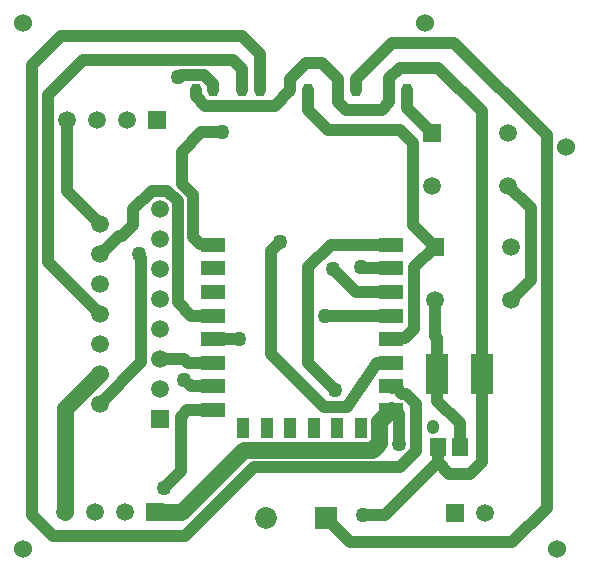
<source format=gtl>
G04*
G04 #@! TF.GenerationSoftware,Altium Limited,Altium Designer,21.6.4 (81)*
G04*
G04 Layer_Physical_Order=1*
G04 Layer_Color=255*
%FSAX44Y44*%
%MOMM*%
G71*
G04*
G04 #@! TF.SameCoordinates,DC76A47B-B506-48B7-9AA2-343420C74FD4*
G04*
G04*
G04 #@! TF.FilePolarity,Positive*
G04*
G01*
G75*
%ADD15R,2.0000X1.2000*%
%ADD16R,1.1000X1.7000*%
%ADD17R,0.7500X1.0000*%
%ADD18R,1.8526X3.5042*%
%ADD19R,1.4000X1.5000*%
%ADD31C,1.0000*%
%ADD32C,1.4000*%
%ADD33C,1.5240*%
%ADD34R,1.5000X1.5000*%
%ADD35C,1.5000*%
%ADD36C,1.5200*%
%ADD37R,1.5200X1.5200*%
%ADD38R,1.8500X1.8500*%
%ADD39C,1.8500*%
%ADD40C,1.2700*%
D15*
X00179000Y00838350D02*
D03*
Y00818350D02*
D03*
Y00798350D02*
D03*
Y00778350D02*
D03*
Y00758350D02*
D03*
Y00738350D02*
D03*
Y00718350D02*
D03*
Y00698350D02*
D03*
X00329000D02*
D03*
Y00718350D02*
D03*
Y00738350D02*
D03*
Y00758350D02*
D03*
Y00778350D02*
D03*
Y00798350D02*
D03*
Y00818350D02*
D03*
Y00838350D02*
D03*
D16*
X00204000Y00683350D02*
D03*
X00224000D02*
D03*
X00244000D02*
D03*
X00264000D02*
D03*
X00284000D02*
D03*
X00304000D02*
D03*
D17*
X00178950Y00969010D02*
D03*
X00163950D02*
D03*
X00342780D02*
D03*
X00327780D02*
D03*
X00299600D02*
D03*
X00284600D02*
D03*
X00258960D02*
D03*
X00243960D02*
D03*
X00218440D02*
D03*
X00203440D02*
D03*
D18*
X00368598Y00728980D02*
D03*
X00406102D02*
D03*
D19*
X00368960Y00666750D02*
D03*
X00387960D02*
D03*
D31*
X00342314Y00712350D02*
X00350836Y00703827D01*
X00334000Y00717350D02*
X00339001Y00712350D01*
X00333000Y00698350D02*
X00336497Y00694852D01*
X00336486Y00683196D02*
X00336497Y00683207D01*
Y00694852D01*
X00329000Y00718350D02*
X00330000Y00717350D01*
X00334000D01*
X00336486Y00669555D02*
Y00683196D01*
X00339001Y00712350D02*
X00342314D01*
X00350836Y00663611D02*
Y00703827D01*
X00329000Y00698350D02*
X00333000D01*
X00025654Y00609600D02*
X00043434Y00591820D01*
X00154940D02*
X00212970Y00649850D01*
X00043434Y00591820D02*
X00154940D01*
X00025654Y00609600D02*
Y00990600D01*
X00364490Y00683260D02*
Y00684530D01*
X00387960Y00666750D02*
Y00687012D01*
X00368598Y00728980D02*
Y00758952D01*
Y00706374D02*
Y00728980D01*
Y00706374D02*
X00387960Y00687012D01*
X00337075Y00649850D02*
X00350836Y00663611D01*
X00303530Y00664850D02*
X00303630D01*
X00212970Y00649850D02*
X00337075D01*
X00273440Y00777630D02*
X00299070D01*
X00299790Y00778350D02*
X00329000D01*
X00299070Y00777630D02*
X00299790Y00778350D01*
X00137160Y00631960D02*
Y00632460D01*
X00117046Y00827321D02*
X00117602Y00826765D01*
X00117046Y00827321D02*
Y00828499D01*
X00110998Y00855192D02*
Y00868426D01*
X00099002Y00845679D02*
X00101485D01*
X00115696Y00829849D02*
X00117046Y00828499D01*
X00082550Y00830580D02*
X00083903D01*
X00115696Y00829849D02*
Y00830580D01*
X00083903D02*
X00099002Y00845679D01*
X00117602Y00738632D02*
Y00826765D01*
X00101485Y00845679D02*
X00110998Y00855192D01*
X00082550Y00703580D02*
X00117602Y00738632D01*
X00159951Y00718350D02*
X00179000D01*
X00154401Y00723900D02*
X00159951Y00718350D01*
X00153670Y00723900D02*
X00154401D01*
X00305061Y00818350D02*
X00329000D01*
X00303530Y00819150D02*
X00304261D01*
X00305061Y00818350D01*
X00227330Y00832612D02*
X00235458Y00840740D01*
X00227330Y00745490D02*
Y00832612D01*
Y00745490D02*
X00272288Y00700532D01*
X00259080Y00819226D02*
X00278204Y00838350D01*
X00152400Y00889935D02*
Y00916940D01*
X00156988Y00698350D02*
X00179000D01*
X00167708Y00839350D02*
X00178000D01*
X00272288Y00700532D02*
X00292100D01*
X00185724Y00933378D02*
X00186241Y00933895D01*
X00152400Y00916940D02*
X00168838Y00933378D01*
X00152400Y00889935D02*
X00161850Y00880485D01*
Y00845208D02*
Y00880485D01*
X00151130Y00692492D02*
X00156988Y00698350D01*
X00161850Y00845208D02*
X00167708Y00839350D01*
X00178000D02*
X00179000Y00838350D01*
X00278204D02*
X00329000D01*
X00259080Y00738124D02*
X00281686Y00715518D01*
X00168838Y00933378D02*
X00185724D01*
X00280190Y00817880D02*
X00299720Y00798350D01*
X00259080Y00738124D02*
Y00819226D01*
X00179000Y00758350D02*
X00200280D01*
X00299720Y00798350D02*
X00329000D01*
X00317500Y00738350D02*
X00329000D01*
X00137160Y00632460D02*
X00151130Y00646430D01*
Y00692492D01*
X00292100Y00700532D02*
X00317500Y00738350D01*
X00271122Y00991870D02*
X00284600Y00978392D01*
X00243960D02*
X00257438Y00991870D01*
X00284600Y00958850D02*
Y00978392D01*
X00257438Y00991870D02*
X00271122D01*
X00243960Y00969010D02*
Y00978392D01*
Y00969010D02*
X00243960Y00969010D01*
X00149237Y00980660D02*
X00149967D01*
X00178950Y00969010D02*
Y00974284D01*
X00149967Y00980660D02*
X00151317Y00982010D01*
X00171224D01*
X00178950Y00974284D01*
X00038862Y00965200D02*
X00068672Y00995010D01*
X00195816D02*
X00203440Y00987386D01*
X00068672Y00995010D02*
X00195816D01*
X00203440Y00969010D02*
Y00987386D01*
X00163950Y00963947D02*
X00171886Y00956010D01*
X00230960D02*
X00243960Y00969010D01*
X00163950Y00963947D02*
Y00969010D01*
X00171886Y00956010D02*
X00230960D01*
X00050038Y01014984D02*
X00203200D01*
X00110998Y00868426D02*
X00126752Y00884180D01*
X00148850Y00789520D02*
X00160020Y00778350D01*
X00126752Y00884180D02*
X00139770D01*
X00148850Y00789520D02*
Y00875100D01*
X00139770Y00884180D02*
X00148850Y00875100D01*
X00348996Y00766826D02*
Y00819286D01*
X00341520Y00759350D02*
X00348996Y00766826D01*
X00330000Y00759350D02*
X00341520D01*
X00329000Y00758350D02*
X00330000Y00759350D01*
X00348996Y00819286D02*
X00366280Y00836570D01*
X00428740Y00888090D02*
X00447802Y00869028D01*
Y00808092D02*
Y00869028D01*
X00431280Y00791570D02*
X00447802Y00808092D01*
X00258960Y00952500D02*
Y00969010D01*
Y00952500D02*
X00275978Y00935482D01*
X00336804D01*
X00348234Y00924052D01*
Y00854616D02*
Y00924052D01*
Y00854616D02*
X00366280Y00836570D01*
X00218440Y00969010D02*
Y00999744D01*
X00203200Y01014984D02*
X00218440Y00999744D01*
X00025654Y00990600D02*
X00050038Y01014984D01*
X00274320Y00607060D02*
X00294894Y00586486D01*
X00431800D01*
X00461010Y00615696D01*
Y00930910D01*
X00383032Y01008888D02*
X00461010Y00930910D01*
X00330200Y01008888D02*
X00383032D01*
X00299600Y00978288D02*
X00330200Y01008888D01*
X00299600Y00969010D02*
Y00978288D01*
X00305816Y00609600D02*
X00324510D01*
X00368960Y00654050D01*
Y00666750D01*
Y00654050D02*
X00378612Y00644398D01*
X00396450D01*
X00406102Y00654050D01*
Y00728980D01*
X00160020Y00778350D02*
X00179000D01*
X00038862Y00823468D02*
Y00965200D01*
Y00823468D02*
X00082550Y00779780D01*
X00406102Y00728980D02*
Y00951528D01*
X00369316Y00988314D02*
X00406102Y00951528D01*
X00336924Y00988314D02*
X00369316D01*
X00327780Y00979170D02*
X00336924Y00988314D01*
X00327780Y00969010D02*
Y00979170D01*
X00284600Y00958850D02*
X00290950Y00952500D01*
X00321430D01*
X00327780Y00958850D01*
Y00969010D01*
X00342780Y00954050D02*
Y00969010D01*
Y00954050D02*
X00363740Y00933090D01*
X00054610Y00883920D02*
Y00943610D01*
Y00883920D02*
X00082550Y00855980D01*
X00366280Y00761270D02*
Y00791570D01*
Y00761270D02*
X00368598Y00758952D01*
X00157762Y00738350D02*
X00179000D01*
X00154432Y00741680D02*
X00157762Y00738350D01*
X00133350Y00741680D02*
X00154432D01*
D32*
X00303630Y00664850D02*
X00313642D01*
X00319500Y00688849D02*
X00329000Y00698350D01*
X00319500Y00670708D02*
Y00688849D01*
X00313642Y00664850D02*
X00319500Y00670708D01*
X00151843Y00612140D02*
X00204553Y00664850D01*
X00303530D01*
X00129540Y00612140D02*
X00151843D01*
X00053340D02*
Y00699770D01*
X00082550Y00728980D01*
D33*
X00477520Y00920750D02*
D03*
X00017780Y01026160D02*
D03*
X00469900Y00580390D02*
D03*
X00017780D02*
D03*
X00358140Y01026160D02*
D03*
D34*
X00363740Y00933090D02*
D03*
X00366280Y00836570D02*
D03*
X00133350Y00690880D02*
D03*
D35*
X00363740Y00888090D02*
D03*
X00428740D02*
D03*
Y00933090D02*
D03*
X00366280Y00791570D02*
D03*
X00431280D02*
D03*
Y00836570D02*
D03*
X00082550Y00703580D02*
D03*
X00133350Y00716280D02*
D03*
X00082550Y00728980D02*
D03*
X00133350Y00741680D02*
D03*
X00082550Y00754380D02*
D03*
X00133350Y00767080D02*
D03*
X00082550Y00779780D02*
D03*
X00133350Y00792480D02*
D03*
X00082550Y00805180D02*
D03*
X00133350Y00817880D02*
D03*
X00082550Y00830580D02*
D03*
X00133350Y00843280D02*
D03*
X00082550Y00855980D02*
D03*
X00133350Y00868680D02*
D03*
D36*
X00053340Y00612140D02*
D03*
X00078740D02*
D03*
X00104140D02*
D03*
X00054610Y00943610D02*
D03*
X00080010D02*
D03*
X00105410D02*
D03*
X00408940Y00610870D02*
D03*
D37*
X00129540Y00612140D02*
D03*
X00130810Y00943610D02*
D03*
X00383540Y00610870D02*
D03*
D38*
X00274320Y00607060D02*
D03*
D39*
X00223520D02*
D03*
D40*
X00273440Y00777630D02*
D03*
X00137160Y00631960D02*
D03*
X00115696Y00830580D02*
D03*
X00153670Y00723900D02*
D03*
X00303530Y00819150D02*
D03*
X00336486Y00669555D02*
D03*
X00200280Y00758350D02*
D03*
X00186241Y00933895D02*
D03*
X00280190Y00817880D02*
D03*
X00235458Y00840740D02*
D03*
X00281686Y00715518D02*
D03*
X00149237Y00980660D02*
D03*
X00305816Y00609600D02*
D03*
M02*

</source>
